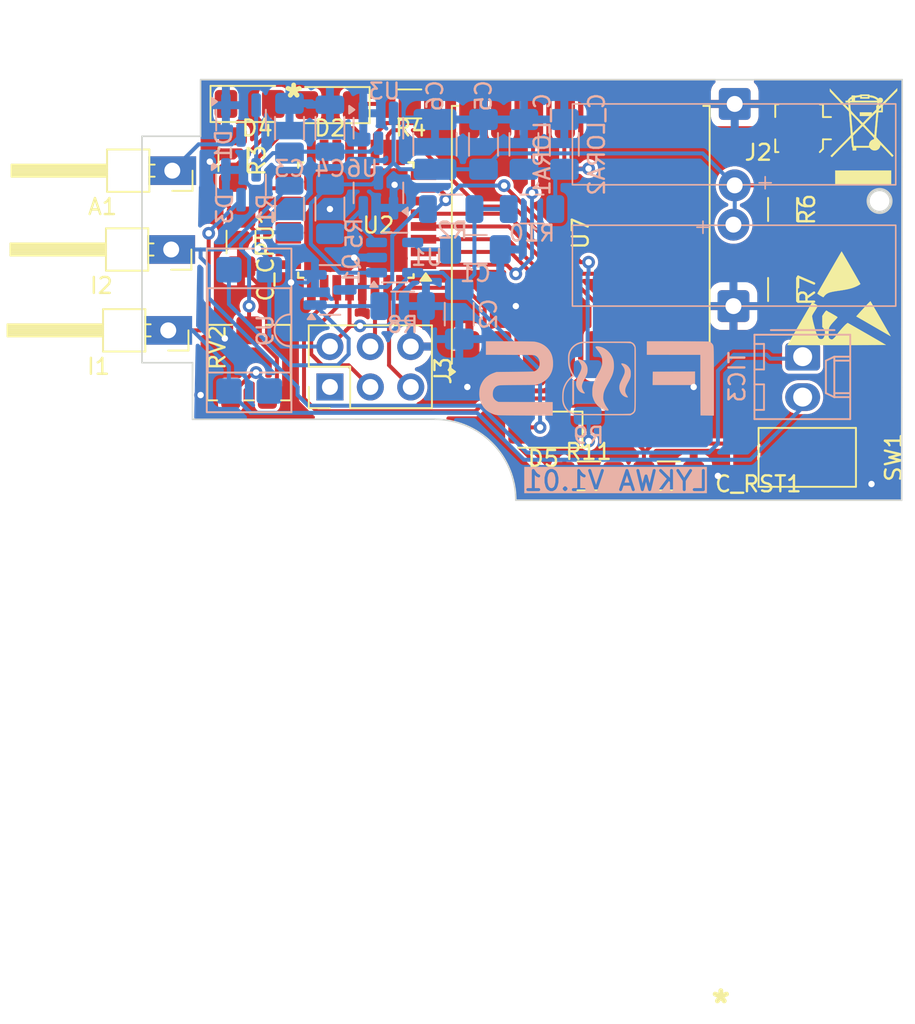
<source format=kicad_pcb>
(kicad_pcb (version 20241229) (generator "pcbnew") (generator_version "9.0")
  (layers (0 "F.Cu" signal) (2 "B.Cu" signal) (13 "F.Paste" user) (15 "B.Paste" user) (5 "F.SilkS" user "F.Silkscreen") (7 "B.SilkS" user "B.Silkscreen") (1 "F.Mask" user) (3 "B.Mask" user) (25 "Edge.Cuts" user))
  (net 0 "")
  (net 1 "Net-(U3-VI)")
  (net 2 "GND")
  (net 3 "Net-(U1-BP)")
  (net 4 "+3V3")
  (net 5 "RESET")
  (net 6 "Net-(A1-Pad1)")
  (net 7 "Net-(TIC3-Pin_2)")
  (net 8 "TX")
  (net 9 "RX")
  (net 10 "MISO")
  (net 11 "MOSI")
  (net 12 "SCK")
  (net 13 "Net-(R1-Pad1)")
  (net 14 "RX_TIC")
  (net 15 "LED_TRANS")
  (net 16 "LED_TIC")
  (net 17 "UPDI")
  (net 20 "DI0")
  (net 27 "SS")
  (net 31 "RST")
  (net 33 "Net-(TIC3-Pin_1)")
  (net 34 "Net-(D2-K)")
  (net 35 "Net-(D4-K)")
  (net 36 "Net-(Q1-G)")
  (net 37 "Net-(U1-EN)")
  (net 38 "VCAP")
  (net 41 "+5V")
  (net 42 "Net-(RV2-Pad3)")
  (net 49 "Net-(U7-3.3V)")
  (net 50 "Net-(J2-In)")
  (net 51 "Net-(D5-K)")
  (footprint "Connector_PinHeader_2.54mm:PinHeader_1x01_P2.54mm_Horizontal" (layer "F.Cu") (at 52.07 89.535 180)
    (property "Reference" "A1")
    (property "Value" "PINHD-1X1")
  )
  (footprint "Symbol:WEEE-Logo_4.2x6mm_SilkScreen" (layer "F.Cu") (at 95.504 87.376)
    (property "Reference" "REF**" (hide yes))
    (property "Value" "WEEE-Logo_4.2x6mm_SilkScreen" (hide yes))
  )
  (footprint "Resistor_SMD:R_1206_3216Metric" (layer "F.Cu") (at 66.9945 85.344 180)
    (property "Reference" "R4")
    (property "Value" "2.2k")
  )
  (footprint "RF_Module:HOPERF_RFM9XW_SMD" (layer "F.Cu") (at 77.74 93.567 90)
    (property "Reference" "U7")
    (property "Value" "RFM95W-868S2")
  )
  (footprint "Button_Switch_SMD:SW_SPST_CK_RS282G05A3" (layer "F.Cu") (at 91.975459 107.546803 180)
    (property "Reference" "SW1")
    (property "Value" "SW_Push")
  )
  (footprint "Resistor_SMD:R_1206_3216Metric_Pad1.30x1.75mm_HandSolder" (layer "F.Cu") (at 78.258 108.712 180)
    (property "Reference" "R11")
    (property "Value" "10k")
  )
  (footprint "Capacitor_SMD:C_1206_3216Metric_Pad1.33x1.80mm_HandSolder" (layer "F.Cu") (at 83.2735 108.712 180)
    (property "Reference" "C_RST1")
    (property "Value" "100nF")
  )
  (footprint "Connector_PinHeader_2.54mm:PinHeader_1x01_P2.54mm_Horizontal" (layer "F.Cu") (at 52 94.488 180)
    (property "Reference" "I2")
    (property "Value" "PINHD-1X1" (hide yes))
  )
  (footprint "LED_SMD:LED_1206_3216Metric_Pad1.42x1.75mm_HandSolder" (layer "F.Cu") (at 56.9325 85.344)
    (property "Reference" "D4")
    (property "Value" "LED_TRANS")
  )
  (footprint "Connector_PinHeader_2.54mm:PinHeader_2x03_P2.54mm_Vertical" (layer "F.Cu") (at 61.976 103.124 90)
    (property "Reference" "J3")
    (property "Value" "Conn_02x03_Odd_Even")
  )
  (footprint "Potentiometer_SMD:Potentiometer_Bourns_3314S_Horizontal" (layer "F.Cu") (at 56.896 101.593 180)
    (property "Reference" "RV2")
    (property "Value" "R_Potentiometer_Trim")
  )
  (footprint "Connector_Coaxial:U.FL_Molex_MCRF_73412-0110_Vertical" (layer "F.Cu") (at 91.464 86.868 -90)
    (property "Reference" "J2")
    (property "Value" "Conn_Coaxial")
  )
  (footprint "Capacitor_SMD:C_1206_3216Metric_Pad1.33x1.80mm_HandSolder" (layer "F.Cu") (at 56.388 94.0185 90)
    (property "Reference" "C_CPU1")
    (property "Value" "100nF" (hide yes))
  )
  (footprint "Connector_PinHeader_2.54mm:PinHeader_1x01_P2.54mm_Horizontal" (layer "F.Cu") (at 51.816 99.568 180)
    (property "Reference" "I1")
    (property "Value" "PINHD-1X1")
  )
  (footprint "Resistor_SMD:R_1206_3216Metric_Pad1.30x1.75mm_HandSolder" (layer "F.Cu") (at 90.424 97.002 90)
    (property "Reference" "R7")
    (property "Value" "100k")
  )
  (footprint "Resistor_SMD:R_1206_3216Metric" (layer "F.Cu") (at 55.88 88.8385 90)
    (property "Reference" "R3")
    (property "Value" "2.2k")
  )
  (footprint "Resistor_SMD:R_1206_3216Metric_Pad1.30x1.75mm_HandSolder" (layer "F.Cu") (at 90.424 91.974 90)
    (property "Reference" "R6")
    (property "Value" "100k")
  )
  (footprint "LED_SMD:LED_1206_3216Metric_Pad1.42x1.75mm_HandSolder" (layer "F.Cu") (at 75.390136 105.806046 180)
    (property "Reference" "D5")
    (property "Value" "LED_IN")
  )
  (footprint "LED_SMD:LED_1206_3216Metric_Pad1.42x1.75mm_HandSolder" (layer "F.Cu") (at 62.0125 85.417 180)
    (property "Reference" "D2")
    (property "Value" "LED_TIC")
  )
  (footprint "Symbol:ESD-Logo_6.6x6mm_SilkScreen" (layer "F.Cu") (at 93.98 97.536)
    (property "Reference" "REF**" (hide yes))
    (property "Value" "ESD-Logo_6.6x6mm_SilkScreen" (hide yes))
  )
  (footprint "Package_QFP:TQFP-32_7x7mm_P0.8mm" (layer "F.Cu") (at 63.608 92.642 180)
    (property "Reference" "U2")
    (property "Value" "ATmega3208-A")
  )
  (footprint "Capacitor_SMD:C_1206_3216Metric" (layer "B.Cu") (at 61.976 86.868 90)
    (property "Reference" "C4")
    (property "Value" "100nF")
  )
  (footprint "Package_TO_SOT_SMD:SOT-23-5" (layer "B.Cu") (at 66.04 94.996)
    (property "Reference" "U1")
    (property "Value" "MIC5219-3.3YM5")
  )
  (footprint "Package_DIP:DIP-4_W7.62mm_SMDSocket_SmallPads" (layer "B.Cu") (at 56.896 99.568 90)
    (property "Reference" "U9")
    (property "Value" "LTV-814")
  )
  (footprint "Resistor_SMD:R_1206_3216Metric" (layer "B.Cu") (at 59.436 91.948 90)
    (property "Reference" "R1")
    (property "Value" "680")
  )
  (footprint "Capacitor_SMD:C_1206_3216Metric_Pad1.33x1.80mm_HandSolder" (layer "B.Cu") (at 71.628 87.884 -90)
    (property "Reference" "C5")
    (property "Value" "100nF")
  )
  (footprint "Connector_Molex:Molex_KK-254_AE-6410-02A_1x02_P2.54mm_Vertical" (layer "B.Cu") (at 91.686313 101.222228 -90)
    (property "Reference" "TIC3")
    (property "Value" "TIC")
  )
  (footprint "Package_TO_SOT_SMD:SOT-23" (layer "B.Cu") (at 56.388 86.36 -90)
    (property "Reference" "D1")
    (property "Value" "BAT54S")
  )
  (footprint "Resistor_SMD:R_1206_3216Metric" (layer "B.Cu") (at 66.548 98.044 180)
    (property "Reference" "R8")
    (property "Value" "3.3K")
  )
  (footprint "Perso:Supercapa V 0.68" (layer "B.Cu") (at 87.376 87.884)
    (property "Reference" "U4" (hide yes))
    (property "Value" "~" (hide yes))
  )
  (footprint "Capacitor_SMD:C_1206_3216Metric_Pad1.33x1.80mm_HandSolder" (layer "B.Cu") (at 74.168 87.884 -90)
    (property "Reference" "C_LORA1")
    (property "Value" "100nF")
  )
  (footprint "Perso_logo:fbs" (layer "B.Cu") (at 78.74 102.616 180)
    (property "Reference" "G***" (hide yes))
    (property "Value" "LOGO" (hide yes))
  )
  (footprint "Capacitor_SMD:C_1206_3216Metric_Pad1.33x1.80mm_HandSolder" (layer "B.Cu") (at 71.12 94.488 180)
    (property "Reference" "C1")
    (property "Value" "470pF")
  )
  (footprint "Resistor_SMD:R_1206_3216Metric" (layer "B.Cu") (at 69.596 91.948)
    (property "Reference" "R2")
    (property "Value" "10K")
  )
  (footprint "Package_TO_SOT_SMD:SOT-23" (layer "B.Cu") (at 65.024 86.868 -90)
    (property "Reference" "U3")
    (property "Value" "MCP1703Ax-500xxTT")
  )
  (footprint "Capacitor_SMD:C_1206_3216Metric_Pad1.33x1.80mm_HandSolder" (layer "B.Cu") (at 76.708 87.884 -90)
    (property "Reference" "C_LORA2")
    (property "Value" "10uF")
  )
  (footprint "Perso:Supercapa V 0.68" (layer "B.Cu") (at 87.376 95.504 180)
    (property "Reference" "U8" (hide yes))
    (property "Value" "~" (hide yes))
  )
  (footprint "Package_TO_SOT_SMD:SOT-23" (layer "B.Cu") (at 56.388 90.424 -90)
    (property "Reference" "D3")
    (property "Value" "BAT54S")
  )
  (footprint "Resistor_SMD:R_1206_3216Metric" (layer "B.Cu") (at 78.172409 103.468925 90)
    (property "Reference" "R9")
    (property "Value" "4,7k")
  )
  (footprint "Resistor_SMD:R_1206_3216Metric" (layer "B.Cu") (at 74.676 91.948 180)
    (property "Reference" "R10")
    (property "Value" "10")
  )
  (footprint "Resistor_SMD:R_1206_3216Metric_Pad1.30x1.75mm_HandSolder" (layer "B.Cu") (at 61.976 91.948 90)
    (property "Reference" "R5")
    (property "Value" "100k")
  )
  (footprint "Capacitor_SMD:C_1206_3216Metric_Pad1.33x1.80mm_HandSolder" (layer "B.Cu") (at 70.104 98.552 90)
    (property "Reference" "C2")
    (property "Value" "4,7uF")
  )
  (footprint "Package_TO_SOT_SMD:SOT-23" (layer "B.Cu") (at 61.976 97.028)
    (property "Reference" "Q1")
    (property "Value" "BS170F")
  )
  (footprint "Capacitor_SMD:C_1206_3216Metric_Pad1.33x1.80mm_HandSolder" (layer "B.Cu") (at 59.436 86.868 90)
    (property "Reference" "C3")
    (property "Value" "10µF")
  )
  (footprint "Capacitor_SMD:C_1210_3225Metric_Pad1.33x2.70mm_HandSolder" (layer "B.Cu") (at 68.58 87.884 -90)
    (property "Reference" "C6")
    (property "Value" "10uF")
  )
  (footprint "Package_TO_SOT_SMD:SOT-23" (layer "B.Cu") (at 65.024 90.932 90)
    (property "Reference" "U6")
    (property "Value" "APX803")
  )
  (gr_line (start 97.907892 110.236) (end 73.66 110.236003) (stroke (width 0.1)) (layer "Edge.Cuts"))
  (gr_line (start 53.848 83.82) (end 53.848 87.376) (stroke (width 0.1)) (layer "Edge.Cuts"))
  (gr_arc (start 68.580001 105.156) (mid 72.172104 106.643899) (end 73.66 110.236003) (stroke (width 0.1)) (layer "Edge.Cuts"))
  (gr_line (start 53.848 83.82) (end 97.94 83.82) (stroke (width 0.1)) (layer "Edge.Cuts"))
  (gr_line (start 50.165 87.376) (end 53.848 87.376) (stroke (width 0.1)) (layer "Edge.Cuts"))
  (gr_line (start 68.580001 105.15) (end 53.34 105.156) (stroke (width 0.1)) (layer "Edge.Cuts"))
  (gr_circle (center 96.52 91.44) (end 97.23842 91.44) (stroke (width 0.2)) (fill no) (layer "Edge.Cuts"))
  (gr_line (start 53.34 101.6) (end 53.34 105.156) (stroke (width 0.1)) (layer "Edge.Cuts"))
  (gr_line (start 50.165 101.6) (end 50.165 87.376) (stroke (width 0.1)) (layer "Edge.Cuts"))
  (gr_line (start 50.165 101.6) (end 53.34 101.6) (stroke (width 0.1)) (layer "Edge.Cuts"))
  (gr_line (start 97.94 83.82) (end 97.907892 110.236) (stroke (width 0.1)) (layer "Edge.Cuts"))
  (gr_text "*" (at 58.928 85.852 0) (layer "F.SilkS") (effects (font (size 1.5 1.5) (thickness 0.3) (bold yes)) (justify left bottom)))
  (gr_text "*" (at 85.775 142.748 0) (layer "F.SilkS") (effects (font (size 1.5 1.5) (thickness 0.3) (bold yes)) (justify left bottom)))
  (gr_text "LYKWA V1.01" (at 85.852 109.728 0) (layer "B.SilkS" knockout) (effects (font (size 1.2 1.2) (thickness 0.1875)) (justify left bottom mirror)))
  (segment (start 58.394 88.4305) (end 59.436 88.4305) (width 0.25) (layer "B.Cu") (net 1))
  (segment (start 59.5235 88.343) (end 59.436 88.4305) (width 0.25) (layer "B.Cu") (net 1))
  (segment (start 61.976 88.343) (end 59.5235 88.343) (width 0.25) (layer "B.Cu") (net 1))
  (segment (start 65.024 87.8055) (end 64.4865 88.343) (width 0.25) (layer "B.Cu") (net 1))
  (segment (start 57.338 85.4225) (end 57.338 89.4865) (width 0.25) (layer "B.Cu") (net 1))
  (segment (start 57.338 89.4865) (end 58.394 88.4305) (width 0.25) (layer "B.Cu") (net 1))
  (segment (start 64.4865 88.343) (end 61.976 88.343) (width 0.25) (layer "B.Cu") (net 1))
  (segment (start 91.489 88.343) (end 92.964 86.868) (width 0.25) (layer "F.Cu") (net 2))
  (segment (start 70.74 101.092) (end 70.74 102.996) (width 0.25) (layer "F.Cu") (net 2))
  (segment (start 91.464 88.343) (end 91.489 88.343) (width 0.25) (layer "F.Cu") (net 2))
  (segment (start 95.875459 109.083459) (end 96.012 109.22) (width 0.25) (layer "F.Cu") (net 2))
  (segment (start 70.74 102.996) (end 70.612 103.124) (width 0.25) (layer "F.Cu") (net 2))
  (segment (start 95.875459 107.546803) (end 95.875459 109.083459) (width 0.25) (layer "F.Cu") (net 2))
  (segment (start 57.364091 96.557091) (end 59.532042 96.557091) (width 0.25) (layer "F.Cu") (net 2))
  (segment (start 56.388 95.581) (end 57.364091 96.557091) (width 0.25) (layer "F.Cu") (net 2))
  (segment (start 91.489 85.393) (end 92.964 86.868) (width 0.25) (layer "F.Cu") (net 2))
  (segment (start 64.008 96.892) (end 64.008 95.504) (width 0.25) (layer "F.Cu") (net 2))
  (segment (start 84.74 101.092) (end 84.74 103.028) (width 0.25) (layer "F.Cu") (net 2))
  (segment (start 91.464 85.393) (end 91.489 85.393) (width 0.25) (layer "F.Cu") (net 2))
  (segment (start 64.008 95.504) (end 63.5 94.996) (width 0.25) (layer "F.Cu") (net 2))
  (segment (start 84.74 103.028) (end 84.836 103.124) (width 0.25) (layer "F.Cu") (net 2))
  (segment (start 90.424 98.552) (end 89.916 98.552) (width 0.25) (layer "F.Cu") (net 2))
  (segment (start 84.836 108.712) (end 86.36 108.712) (width 0.25) (layer "F.Cu") (net 2))
  (via (at 70.612 103.124) (size 0.8) (drill 0.4) (layers "F.Cu" "B.Cu") (net 2))
  (via (at 66.04 90.424) (size 0.8) (drill 0.4) (layers "F.Cu" "B.Cu") (net 2))
  (via (at 63.5 94.996) (size 0.8) (drill 0.4) (layers "F.Cu" "B.Cu") (net 2))
  (via (at 61.976 91.948) (size 0.8) (drill 0.4) (layers "F.Cu" "B.Cu") (net 2))
  (via (at 73.66 98.044) (size 0.8) (drill 0.4) (layers "F.Cu" "B.Cu") (net 2))
  (via (at 59.532042 96.557091) (size 0.8) (drill 0.4) (layers "F.Cu" "B.Cu") (net 2))
  (via (at 86.36 108.712) (size 0.8) (drill 0.4) (layers "F.Cu" "B.Cu") (net 2))
  (via (at 55.372 100.076) (size 0.8) (drill 0.4) (layers "F.Cu" "B.Cu") (net 2))
  (via (at 54.42634 88.97034) (size 0.8) (drill 0.4) (layers "F.Cu" "B.Cu") (net 2))
  (via (at 53.848 103.632) (size 0.8) (drill 0.4) (layers "F.Cu" "B.Cu") (net 2))
  (via (at 84.836 103.124) (size 0.8) (drill 0.4) (layers "F.Cu" "B.Cu") (net 2))
  (via (at 96.012 109.22) (size 0.8) (drill 0.4) (layers "F.Cu" "B.Cu") (net 2))
  (segment (start 54.9425 89.4865) (end 54.42634 88.97034) (width 0.25) (layer "B.Cu") (net 2))
  (segment (start 55.438 89.4865) (end 54.9425 89.4865) (width 0.25) (layer "B.Cu") (net 2))
  (segment (start 65.974 91.8695) (end 65.974 90.49) (width 0.25) (layer "B.Cu") (net 2))
  (segment (start 63.5 94.996) (end 64.9025 94.996) (width 0.25) (layer "B.Cu") (net 2))
  (segment (start 70.104 102.616) (end 70.104 100.1145) (width 0.25) (layer "B.Cu") (net 2))
  (segment (start 60.559409 96.557091) (end 61.0385 96.078) (width 0.25) (layer "B.Cu") (net 2))
  (segment (start 65.974 90.49) (end 66.04 90.424) (width 0.25) (layer "B.Cu") (net 2))
  (segment (start 59.532042 96.557091) (end 60.559409 96.557091) (width 0.25) (layer "B.Cu") (net 2))
  (segment (start 70.612 103.124) (end 70.104 102.616) (width 0.25) (layer "B.Cu") (net 2))
  (segment (start 69.5575 94.488) (end 67.6195 94.488) (width 0.25) (layer "B.Cu") (net 3))
  (segment (start 67.6195 94.488) (end 67.1775 94.046) (width 0.25) (layer "B.Cu") (net 3))
  (segment (start 75.184 105.664) (end 74.044682 105.664) (width 0.25) (layer "F.Cu") (net 4))
  (segment (start 55.264676 89.15731) (end 56.13069 89.15731) (width 0.25) (layer "F.Cu") (net 4))
  (segment (start 63.208 96.892) (end 63.208 99.352) (width 0.25) (layer "F.Cu") (net 4))
  (segment (start 60.525 85.417) (end 58.493 85.417) (width 0.25) (layer "F.Cu") (net 4))
  (segment (start 63.272922 99.287078) (end 62.992 99.568) (width 0.25) (layer "F.Cu") (net 4))
  (segment (start 63.208 99.352) (end 62.992 99.568) (width 0.25) (layer "F.Cu") (net 4))
  (segment (start 76.708 108.712) (end 76.708 107.696) (width 0.25) (layer "F.Cu") (net 4))
  (segment (start 56.388 92.456) (end 58.202 90.642) (width 0.25) (layer "F.Cu") (net 4))
  (segment (start 63.867539 99.287078) (end 63.272922 99.287078) (width 0.25) (layer "F.Cu") (net 4))
  (segment (start 57.451258 93.519258) (end 56.388 92.456) (width 0.25) (layer "F.Cu") (net 4))
  (segment (start 58.42 86.868) (end 58.42 85.344) (width 0.25) (layer "F.Cu") (net 4))
  (segment (start 56.388 92.456) (end 56.275986 92.456) (width 0.25) (layer "F.Cu") (net 4))
  (segment (start 56.13069 89.15731) (end 58.42 86.868) (width 0.25) (layer "F.Cu") (net 4))
  (segment (start 74.044682 105.664) (end 73.902636 105.806046) (width 0.25) (layer "F.Cu") (net 4))
  (segment (start 62.992 99.568) (end 61.976 100.584) (width 0.25) (layer "F.Cu") (net 4))
  (segment (start 57.451258 94.422784) (end 57.451258 93.519258) (width 0.25) (layer "F.Cu") (net 4))
  (segment (start 58.493 85.417) (end 58.42 85.344) (width 0.25) (layer "F.Cu") (net 4))
  (segment (start 73.902636 106.922636) (end 73.902636 105.806046) (width 0.25) (layer "F.Cu") (net 4))
  (segment (start 54.679 89.742986) (end 55.264676 89.15731) (width 0.25) (layer "F.Cu") (net 4))
  (segment (start 75.692 108.712) (end 73.902636 106.922636) (width 0.25) (layer "F.Cu") (net 4))
  (segment (start 58.202 90.642) (end 59.358 90.642) (width 0.25) (layer "F.Cu") (net 4))
  (segment (start 54.679 90.859014) (end 54.679 89.742986) (width 0.25) (layer "F.Cu") (net 4))
  (segment (start 76.708 108.712) (end 75.692 108.712) (width 0.25) (layer "F.Cu") (net 4))
  (segment (start 56.275986 92.456) (end 54.679 90.859014) (width 0.25) (layer "F.Cu") (net 4))
  (via (at 75.184 105.664) (size 0.8) (drill 0.4) (layers "F.Cu" "B.Cu") (net 4))
  (via (at 57.451258 94.422784) (size 0.8) (drill 0.4) (layers "F.Cu" "B.Cu") (net 4))
  (via (at 63.867539 99.287078) (size 0.8) (drill 0.4) (layers "F.Cu" "B.Cu") (net 4))
  (segment (start 71.0585 91.948) (end 71.0585 96.035) (width 0.25) (layer "B.Cu") (net 4))
  (segment (start 65.974 97.1495) (end 65.974 98.914514) (width 0.25) (layer "B.Cu") (net 4))
  (segment (start 67.1775 95.946) (end 69.0605 95.946) (width 0.25) (layer "B.Cu") (net 4))
  (segment (start 67.1775 95.946) (end 65.974 97.1495) (width 0.25) (layer "B.Cu") (net 4))
  (segment (start 58.166 99.822) (end 58.928 100.584) (width 0.25) (layer "B.Cu") (net 4))
  (segment (start 58.166 95.137526) (end 57.451258 94.422784) (width 0.25) (layer "B.Cu") (net 4))
  (segment (start 58.928 100.584) (end 61.976 100.584) (width 0.25) (layer "B.Cu") (net 4))
  (segment (start 58.166 95.758) (end 58.166 95.137526) (width 0.25) (layer "B.Cu") (net 4))
  (segment (start 71.0585 91.948) (end 73.2135 91.948) (width 0.25) (layer "B.Cu") (net 4))
  (segment (start 69.0605 95.946) (end 70.104 96.9895) (width 0.25) (layer "B.Cu") (net 4))
  (segment (start 71.0585 96.035) (end 70.104 96.9895) (width 0.25) (layer "B.Cu") (net 4))
  (segment (start 65.601436 99.287078) (end 63.867539 99.287078) (width 0.25) (layer "B.Cu") (net 4))
  (segment (start 75.184 102.0695) (end 70.104 96.9895) (width 0.25) (layer "B.Cu") (net 4))
  (segment (start 75.184 102.0695) (end 75.184 105.664) (width 0.25) (layer "B.Cu") (net 4))
  (segment (start 58.166 95.758) (end 58.166 99.822) (width 0.25) (layer "B.Cu") (net 4))
  (segment (start 65.974 98.914514) (end 65.601436 99.287078) (width 0.25) (layer "B.Cu") (net 4))
  (segment (start 60.349 99.201) (end 60.349 103.849) (width 0.25) (layer "F.Cu") (net 5))
  (segment (start 82.296 106.68) (end 81.788 107.188) (width 0.25) (layer "F.Cu") (net 5))
  (segment (start 81.28 106.68) (end 81.788 107.188) (width 0.25) (layer "F.Cu") (net 5))
  (segment (start 61.148 104.648) (end 71.12 104.648) (width 0.25) (layer "F.Cu") (net 5))
  (segment (start 71.12 104.648) (end 71.467 104.301) (width 0.25) (layer "F.Cu") (net 5))
  (segment (start 81.711 108.712) (end 79.808 108.712) (width 0.25) (layer "F.Cu") (net 5))
  (segment (start 87.208656 106.68) (end 82.296 106.68) (width 0.25) (layer "F.Cu") (net 5))
  (segment (start 61.608 97.942) (end 60.349 99.201) (width 0.25) (layer "F.Cu") (net 5))
  (segment (start 80.425 104.301) (end 81.28 105.156) (width 0.25) (layer "F.Cu") (net 5))
  (segment (start 60.349 103.849) (end 61.148 104.648) (width 0.25) (layer "F.Cu") (net 5))
  (segment (start 81.28 105.156) (end 81.28 106.68) (width 0.25) (layer "F.Cu") (net 5))
  (segment (start 71.467 104.301) (end 80.425 104.301) (width 0.25) (layer "F.Cu") (net 5))
  (segment (start 81.711 107.265) (end 81.711 108.712) (width 0.25) (layer "F.Cu") (net 5))
  (segment (start 61.608 96.892) (end 61.608 97.942) (width 0.25) (layer "F.Cu") (net 5))
  (segment (start 88.075459 107.546803) (end 87.208656 106.68) (width 0.25) (layer "F.Cu") (net 5))
  (segment (start 81.788 107.188) (end 81.711 107.265) (width 0.25) (layer "F.Cu") (net 5))
  (segment (start 56.388 87.2975) (end 55.8015 87.884) (width 0.25) (layer "B.Cu") (net 6))
  (segment (start 53.721 87.884) (end 52.07 89.535) (width 0.25) (layer "B.Cu") (net 6))
  (segment (start 55.8015 87.884) (end 53.721 87.884) (width 0.25) (layer "B.Cu") (net 6))
  (segment (start 54.356 99.06) (end 53.848 99.568) (width 0.25) (layer "F.Cu") (net 7))
  (segment (start 53.848 99.568) (end 51.816 99.568) (width 0.25) (layer "F.Cu") (net 7))
  (segment (start 54.356 99.06) (end 54.356 93.472) (width 0.25) (layer "F.Cu") (net 7))
  (via (at 54.356 93.472) (size 0.8) (drill 0.4) (layers "F.Cu" "B.Cu") (net 7))
  (segment (start 55.626 103.378) (end 55.626 101.854) (width 0.25) (layer "B.Cu") (net 7))
  (segment (start 71.223 104.751) (end 74.168 107.696) (width 0.25) (layer "B.Cu") (net 7))
  (segment (start 56.999 104.751) (end 71.223 104.751) (width 0.25) (layer "B.Cu") (net 7))
  (segment (start 74.168 107.696) (end 88.392 107.696) (width 0.25) (layer "B.Cu") (net 7))
  (segment (start 91.623037 104.464963) (end 91.623037 103.886) (width 0.25) (layer "B.Cu") (net 7))
  (segment (start 55.626 101.854) (end 53.34 99.568) (width 0.25) (layer "B.Cu") (net 7))
  (segment (start 54.356 93.472) (end 54.356 93.3935) (width 0.25) (layer "B.Cu") (net 7))
  (segment (start 55.626 103.378) (end 56.999 104.751) (width 0.25) (layer "B.Cu") (net 7))
  (segment (start 53.34 99.568) (end 51.816 99.568) (width 0.25) (layer "B.Cu") (net 7))
  (segment (start 54.356 93.3935) (end 56.388 91.3615) (width 0.25) (layer "B.Cu") (net 7))
  (segment (start 88.392 107.696) (end 91.623037 104.464963) (width 0.25) (layer "B.Cu") (net 7))
  (segment (start 64.808 100.292) (end 64.516 100.584) (width 0.25) (layer "F.Cu") (net 8))
  (segment (start 64.808 96.892) (end 64.808 100.292) (width 0.25) (layer "F.Cu") (net 8))
  (segment (start 65.692 101.76) (end 65.692 96.976) (width 0.25) (layer "F.Cu") (net 9))
  (segment (start 65.692 96.976) (end 65.608 96.892) (width 0.25) (layer "F.Cu") (net 9))
  (segment (start 67.056 103.124) (end 65.692 101.76) (width 0.25) (layer "F.Cu") (net 9))
  (segment (start 73.14381 93.842) (end 75.701 96.39919) (width 0.25) (layer "F.Cu") (net 10))
  (segment (start 73.066 102.893) (end 72.74 102.567) (width 0.25) (layer "F.Cu") (net 10))
  (segment (start 75.701 96.39919) (end 75.701 102.516048) (width 0.25) (layer "F.Cu") (net 10))
  (segment (start 75.701 102.516048) (end 75.324048 102.893) (width 0.25) (layer "F.Cu") (net 10))
  (segment (start 75.324048 102.893) (end 73.066 102.893) (width 0.25) (layer "F.Cu") (net 10))
  (segment (start 67.858 93.842) (end 73.14381 93.842) (width 0.25) (layer "F.Cu") (net 10))
  (segment (start 72.74 102.567) (end 72.74 101.092) (width 0.25) (layer "F.Cu") (net 10))
  (segment (start 73.306 94.642) (end 74.74 96.076) (width 0.25) (layer "F.Cu") (net 11))
  (segment (start 67.858 94.642) (end 73.306 94.642) (width 0.25) (layer "F.Cu") (net 11))
  (segment (start 74.74 96.076) (end 74.74 101.092) (width 0.25) (layer "F.Cu") (net 11))
  (segment (start 73.23 93.042) (end 76.74 96.552) (width 0.25) (layer "F.Cu") (net 12))
  (segment (start 76.74 96.552) (end 76.74 101.092) (width 0.25) (layer "F.Cu") (net 12))
  (segment (start 67.858 93.042) (end 73.23 93.042) (width 0.25) (layer "F.Cu") (net 12))
  (segment (start 58.046 103.618) (end 58.646 103.018) (width 0.25) (layer "F.Cu") (net 13))
  (segment (start 58.646 101.318) (end 56.896 99.568) (width 0.25) (layer "F.Cu") (net 13))
  (segment (start 58.646 103.018) (end 58.646 101.318) (width 0.25) (layer "F.Cu") (net 13))
  (segment (start 56.896 98.044) (end 56.896 99.568) (width 0.25) (layer "F.Cu") (net 13))
  (via (at 56.896 98.044) (size 0.8) (drill 0.4) (layers "F.Cu" "B.Cu") (net 13))
  (segment (start 56.388 94.488) (end 56.388 94.17131) (width 0.25) (layer "B.Cu") (net 13))
  (segment (start 56.896 98.044) (end 56.896 94.996) (width 0.25) (layer "B.Cu") (net 13))
  (segment (start 56.896 94.996) (end 56.388 94.488) (width 0.25) (layer "B.Cu") (net 13))
  (segment (start 56.388 94.17131) (end 57.14881 93.4105) (width 0.25) (layer "B.Cu") (net 13))
  (segment (start 57.14881 93.4105) (end 59.436 93.4105) (width 0.25) (layer "B.Cu") (net 13))
  (segment (start 68.785 90.642) (end 67.858 90.642) (width 0.25) (layer "F.Cu") (net 14))
  (segment (start 77.73721 95.287) (end 78.232 95.287) (width 0.25) (layer "F.Cu") (net 14))
  (segment (start 69.258002 91.115002) (end 68.785 90.642) (width 0.25) (layer "F.Cu") (net 14))
  (segment (start 69.258002 91.366998) (end 69.258002 91.115002) (width 0.25) (layer "F.Cu") (net 14))
  (segment (start 72.92321 90.473) (end 77.73721 95.287) (width 0.25) (layer "F.Cu") (net 14))
  (via (at 78.232 95.287) (size 0.8) (drill 0.4) (layers "F.Cu" "B.Cu") (net 14))
  (via (at 72.92321 90.473) (size 0.8) (drill 0.4) (layers "F.Cu" "B.Cu") (net 14))
  (via (at 69.258002 91.366998) (size 0.8) (drill 0.4) (layers "F.Cu" "B.Cu") (net 14))
  (segment (start 68.677 91.948) (end 69.258002 91.366998) (width 0.25) (layer "B.Cu") (net 14))
  (segment (start 65.532 96.843) (end 63.0985 96.843) (width 0.25) (layer "B.Cu") (net 14))
  (segment (start 70.152 90.473) (end 72.92321 90.473) (width 0.25) (layer "B.Cu") (net 14))
  (segment (start 68.1335 91.948) (end 67.571 91.948) (width 0.25) (layer "B.Cu") (net 14))
  (segment (start 78.172409 96.071591) (end 78.172409 102.006425) (width 0.25) (layer "B.Cu") (net 14))
  (segment (start 78.232 96.012) (end 78.172409 96.071591) (width 0.25) (layer "B.Cu") (net 14))
  (segment (start 78.232 95.287) (end 78.232 96.012) (width 0.25) (layer "B.Cu") (net 14))
  (segment (start 63.0985 96.843) (end 62.9135 97.028) (width 0.25) (layer "B.Cu") (net 14))
  (segment (start 67.571 91.948) (end 65.891 93.628) (width 0.25) (layer "B.Cu") (net 14))
  (segment (start 68.1335 91.948) (end 68.677 91.948) (width 0.25) (layer "B.Cu") (net 14))
  (segment (start 65.891 93.628) (end 65.891 96.484) (width 0.25) (layer "B.Cu") (net 14))
  (segment (start 69.258002 91.366998) (end 70.152 90.473) (width 0.25) (layer "B.Cu") (net 14))
  (segment (start 65.891 96.484) (end 65.532 96.843) (width 0.25) (layer "B.Cu") (net 14))
  (segment (start 59.313 86.868) (end 63.5 86.868) (width 0.25) (layer "F.Cu") (net 15))
  (segment (start 64.008 87.376) (end 64.008 88.392) (width 0.25) (layer "F.Cu") (net 15))
  (segment (start 55.88 90.301) (end 59.313 86.868) (width 0.25) (layer "F.Cu") (net 15))
  (segment (start 63.5 86.868) (end 64.008 87.376) (width 0.25) (layer "F.Cu") (net 15))
  (segment (start 64.808 88.392) (end 64.808 87.269) (width 0.25) (layer "F.Cu") (net 16))
  (segment (start 67.256 86.545) (end 68.457 85.344) (width 0.25) (layer "F.Cu") (net 16))
  (segment (start 64.808 87.269) (end 65.532 86.545) (width 0.25) (layer "F.Cu") (net 16))
  (segment (start 65.532 86.545) (end 67.256 86.545) (width 0.25) (layer "F.Cu") (net 16))
  (segment (start 60.8 99.728) (end 62.408 98.12) (width 0.25) (layer "F.Cu") (net 17))
  (segment (start 62.408 98.12) (end 62.408 96.892) (width 0.25) (layer "F.Cu") (net 17))
  (segment (start 64.516 103.124) (end 63.152 101.76) (width 0.25) (layer "F.Cu") (net 17))
  (segment (start 63.152 101.76) (end 61.488884 101.76) (width 0.25) (layer "F.Cu") (net 17))
  (segment (start 61.488884 101.76) (end 60.8 101.071116) (width 0.25) (layer "F.Cu") (net 17))
  (segment (start 60.8 101.071116) (end 60.8 99.728) (width 0.25) (layer "F.Cu") (net 17))
  (segment (start 67.858 95.442) (end 73.080694 95.442) (width 0.25) (layer "F.Cu") (net 20))
  (segment (start 74.676 90.932) (end 74.74 90.868) (width 0.25) (layer "F.Cu") (net 20))
  (segment (start 73.080694 95.442) (end 73.655347 96.016653) (width 0.25) (layer "F.Cu") (net 20))
  (segment (start 74.74 90.868) (end 74.74 86.042) (width 0.25) (layer "F.Cu") (net 20))
  (via (at 73.655347 96.016653) (size 0.8) (drill 0.4) (layers "F.Cu" "B.Cu") (net 20))
  (via (at 74.676 90.932) (size 0.8) (drill 0.4) (layers "F.Cu" "B.Cu") (net 20))
  (segment (start 73.655347 96.016653) (end 74.676 94.996) (width 0.25) (layer "B.Cu") (net 20))
  (segment (start 74.676 94.996) (end 74.676 90.932) (width 0.25) (layer "B.Cu") (net 20))
  (segment (start 78.74 97.91419) (end 78.74 101.092) (width 0.25) (layer "F.Cu") (net 27))
  (segment (start 67.858 92.242) (end 73.06781 92.242) (width 0.25) (layer "F.Cu") (net 27))
  (segment (start 73.06781 92.242) (end 78.74 97.91419) (width 0.25) (layer "F.Cu") (net 27))
  (segment (start 80.74 102.567) (end 79.457 103.85) (width 0.25) (layer "F.Cu") (net 31))
  (segment (start 79.457 103.85) (end 73.112952 103.85) (width 0.25) (layer "F.Cu") (net 31))
  (segment (start 70.476 96.892) (end 66.408 96.892) (width 0.25) (layer "F.Cu") (net 31))
  (segment (start 71.701 102.438048) (end 71.701 98.117) (width 0.25) (layer "F.Cu") (net 31))
  (segment (start 71.701 98.117) (end 70.476 96.892) (width 0.25) (layer "F.Cu") (net 31))
  (segment (start 73.112952 103.85) (end 71.701 102.438048) (width 0.25) (layer "F.Cu") (net 31))
  (segment (start 80.74 101.092) (end 80.74 102.567) (width 0.25) (layer "F.Cu") (net 31))
  (segment (start 55.4335 94.488) (end 53.848 94.488) (width 0.25) (layer "B.Cu") (net 33))
  (segment (start 59.944 103.632) (end 60.612 104.3) (width 0.25) (layer "B.Cu") (net 33))
  (segment (start 59.944 103.124) (end 59.944 103.632) (width 0.25) (layer "B.Cu") (net 33))
  (segment (start 71.40981 104.3) (end 74.35481 107.245) (width 0.25) (layer "B.Cu") (net 33))
  (segment (start 53.848 94.488) (end 53.848 94.996) (width 0.25) (layer "B.Cu") (net 33))
  (segment (start 54.356 95.504) (end 54.356 97.536) (width 0.25) (layer "B.Cu") (net 33))
  (segment (start 53.848 94.488) (end 52 94.488) (width 0.25) (layer "B.Cu") (net 33))
  (segment (start 85.795 107.245) (end 86.36 106.68) (width 0.25) (layer "B.Cu") (net 33))
  (segment (start 74.35481 107.245) (end 85.795 107.245) (width 0.25) (layer "B.Cu") (net 33))
  (segment (start 53.848 94.996) (end 54.356 95.504) (width 0.25) (layer "B.Cu") (net 33))
  (segment (start 59.436 90.4855) (end 55.4335 94.488) (width 0.25) (layer "B.Cu") (net 33))
  (segment (start 86.36 106.68) (end 86.36 102.108) (width 0.25) (layer "B.Cu") (net 33))
  (segment (start 87.376 101.092) (end 87.38595 101.10195) (width 0.25) (layer "B.Cu") (net 33))
  (segment (start 54.356 97.536) (end 59.944 103.124) (width 0.25) (layer "B.Cu") (net 33))
  (segment (start 87.38595 101.10195) (end 89.39805 101.10195) (width 0.25) (layer "B.Cu") (net 33))
  (segment (start 89.408 101.092) (end 89.662 101.346) (width 0.25) (layer "B.Cu") (net 33))
  (segment (start 86.36 102.108) (end 87.376 101.092) (width 0.25) (layer "B.Cu") (net 33))
  (segment (start 60.612 104.3) (end 71.40981 104.3) (width 0.25) (layer "B.Cu") (net 33))
  (segment (start 89.39805 101.10195) (end 89.408 101.092) (width 0.25) (layer "B.Cu") (net 33))
  (segment (start 89.662 101.346) (end 91.623037 101.346) (width 0.25) (layer "B.Cu") (net 33))
  (segment (start 63.573 85.344) (end 63.5 85.417) (width 0.25) (layer "F.Cu") (net 34))
  (segment (start 65.532 85.344) (end 63.573 85.344) (width 0.25) (layer "F.Cu") (net 34))
  (segment (start 55.445 86.941) (end 55.88 87.376) (width 0.25) (layer "F.Cu") (net 35))
  (segment (start 55.445 85.344) (end 55.445 86.941) (width 0.25) (layer "F.Cu") (net 35))
  (segment (start 65.0855 98.044) (end 61.1045 98.044) (width 0.25) (layer "B.Cu") (net 36))
  (segment (start 63.152 100.0915) (end 61.0385 97.978) (width 0.25) (layer "B.Cu") (net 36))
  (segment (start 55.626 97.91981) (end 59.46619 101.76) (width 0.25) (layer "B.Cu") (net 36))
  (segment (start 62.463116 101.76) (end 63.152 101.071116) (width 0.25) (layer "B.Cu") (net 36))
  (segment (start 61.1045 98.044) (end 61.0385 97.978) (width 0.25) (layer "B.Cu") (net 36))
  (segment (start 63.152 101.071116) (end 63.152 100.0915) (width 0.25) (layer "B.Cu") (net 36))
  (segment (start 59.46619 101.76) (end 62.463116 101.76) (width 0.25) (layer "B.Cu") (net 36))
  (segment (start 55.626 95.758) (end 55.626 97.91981) (width 0.25) (layer "B.Cu") (net 36))
  (segment (start 64.074 93.2175) (end 64.074 91.8695) (width 0.25) (layer "B.Cu") (net 37))
  (segment (start 64.9025 94.046) (end 64.074 93.2175) (width 0.25) (layer "B.Cu") (net 37))
  (segment (start 62.4455 93.498) (end 64.074 91.8695) (width 0.25) (layer "B.Cu") (net 37))
  (segment (start 61.976 93.498) (end 62.4455 93.498) (width 0.25) (layer "B.Cu") (net 37))
  (segment (start 65.608 87.342) (end 65.684 87.266) (width 0.25) (layer "F.Cu") (net 38))
  (segment (start 65.684 87.266) (end 65.684 87.224) (width 0.25) (layer "F.Cu") (net 38))
  (segment (start 73.503 91.791) (end 77.724 96.012) (width 0.25) (layer "F.Cu") (net 38))
  (segment (start 77.724 96.012) (end 88.392 96.012) (width 0.25) (layer "F.Cu") (net 38))
  (segment (start 65.608 88.392) (end 65.608 87.342) (width 0.25) (layer "F.Cu") (net 38))
  (segment (start 66.548 86.996) (end 71.343 91.791) (width 0.25) (layer "F.Cu") (net 38))
  (segment (start 88.952 95.452) (end 90.424 95.452) (width 0.25) (layer "F.Cu") (net 38))
  (segment (start 65.912 86.996) (end 66.548 86.996) (width 0.25) (layer "F.Cu") (net 38))
  (segment (start 65.684 87.224) (end 65.912 86.996) (width 0.25) (layer "F.Cu") (net 38))
  (segment (start 90.424 93.524) (end 90.424 95.452) (width 0.25) (layer "F.Cu") (net 38))
  (segment (start 71.343 91.791) (end 73.503 91.791) (width 0.25) (layer "F.Cu") (net 38))
  (segment (start 88.392 96.012) (end 88.952 95.452) (width 0.25) (layer "F.Cu") (net 38))
  (segment (start 90.389 90.459) (end 90.424 90.424) (width 0.25) (layer "F.Cu") (net 41))
  (segment (start 87.415764 90.459) (end 90.389 90.459) (width 0.25) (layer "F.Cu") (net 41))
  (segment (start 72.6255 88.449) (end 71.628 89.4465) (width 0.25) (layer "B.Cu") (net 41))
  (segment (start 60.775 91.599) (end 61.976 90.398) (width 0.25) (layer "B.Cu") (net 41))
  (segment (start 64.9025 95.946) (end 62.577486 95.946) (width 0.25) (layer "B.Cu") (net 41))
  (segment (start 65.974 85.9305) (end 65.974 89.0445) (width 0.25) (layer "B.Cu") (net 41))
  (segment (start 87.415764 92.849472) (end 87.336236 92.929) (width 0.25) (layer "B.Cu") (net 41))
  (segment (start 65.572 89.4465) (end 65.024 89.9945) (width 0.25) (layer "B.Cu") (net 41))
  (segment (start 64.6205 90.398) (end 65.024 89.9945) (width 0.25) (layer "B.Cu") (net 41))
  (segment (start 61.976 90.398) (end 64.6205 90.398) (width 0.25) (layer "B.Cu") (net 41))
  (segment (start 68.58 89.4465) (end 71.628 89.4465) (width 0.25) (layer "B.Cu") (net 41))
  (segment (start 87.415764 90.459) (end 85.405764 88.449) (width 0.25) (layer "B.Cu") (net 41))
  (segment (start 85.405764 88.449) (end 72.6255 88.449) (width 0.25) (layer "B.Cu") (net 41))
  (segment (start 60.775 94.143514) (end 60.775 91.599) (width 0.25) (layer "B.Cu") (net 41))
  (segment (start 66.376 89.4465) (end 65.974 89.0445) (width 0.25) (layer "B.Cu") (net 41))
  (segment (start 65.974 89.0445) (end 65.572 89.4465) (width 0.25) (layer "B.Cu") (net 41))
  (segment (start 62.577486 95.946) (end 60.775 94.143514) (width 0.25) (layer "B.Cu") (net 41))
  (segment (start 68.58 89.4465) (end 66.376 89.4465) (width 0.25) (layer "B.Cu") (net 41))
  (segment (start 87.415764 90.459) (end 87.415764 92.849472) (width 0.25) (layer "B.Cu") (net 41))
  (segment (start 57.334687 102.218592) (end 57.145408 102.218592) (width 0.25) (layer "F.Cu") (net 42))
  (segment (start 57.145408 102.218592) (end 55.746 103.618) (width 0.25) (layer "F.Cu") (net 42))
  (via (at 57.334687 102.218592) (size 0.8) (drill 0.4) (layers "F.Cu" "B.Cu") (net 42))
  (segment (start 58.166 103.049905) (end 57.334687 102.218592) (width 0.25) (layer "B.Cu") (net 42))
  (segment (start 58.166 103.378) (end 58.166 103.049905) (width 0.25) (layer "B.Cu") (net 42))
  (segment (start 78.232 89.408) (end 77.216 89.408) (width 0.25) (layer "F.Cu") (net 49))
  (segment (start 76.708 86.074) (end 76.74 86.042) (width 0.25) (layer "F.Cu") (net 49))
  (segment (start 76.708 88.9) (end 76.708 86.074) (width 0.25) (layer "F.Cu") (net 49))
  (segment (start 77.216 89.408) (end 76.708 88.9) (width 0.25) (layer "F.Cu") (net 49))
  (via (at 78.232 89.408) (size 0.8) (drill 0.4) (layers "F.Cu" "B.Cu") (net 49))
  (segment (start 76.1385 91.948) (end 76.1385 90.016) (width 0.25) (layer "B.Cu") (net 49))
  (segment (start 78.1935 89.4465) (end 78.232 89.408) (width 0.25) (layer "B.Cu") (net 49))
  (segment (start 76.708 89.4465) (end 74.168 89.4465) (width 0.25) (layer "B.Cu") (net 49))
  (segment (start 76.708 89.4465) (end 78.1935 89.4465) (width 0.25) (layer "B.Cu") (net 49))
  (segment (start 76.1385 90.016) (end 76.708 89.4465) (width 0.25) (layer "B.Cu") (net 49))
  (segment (start 85.566 86.868) (end 84.74 86.042) (width 0.25) (layer "F.Cu") (net 50))
  (segment (start 89.964 86.868) (end 85.566 86.868) (width 0.25) (layer "F.Cu") (net 50))
  (segment (start 77.518046 105.806046) (end 78.232 106.52) (width 0.25) (layer "F.Cu") (net 51))
  (segment (start 76.877636 105.806046) (end 77.518046 105.806046) (width 0.25) (layer "F.Cu") (net 51))
  (via (at 78.232 106.52) (size 0.8) (drill 0.4) (layers "F.Cu" "B.Cu") (net 51))
  (segment (start 78.232 104.991016) (end 78.172409 104.931425) (width 0.25) (layer "B.Cu") (net 51))
  (segment (start 78.232 106.52) (end 78.232 104.991016) (width 0.25) (layer "B.Cu") (net 51))
  (zone (net 2) (net_name "GND") (layer "F.Cu") (priority 1) (connect_pads (clearance 0)) (min_thickness 0.25) (fill yes (thermal_gap 0.5) (thermal_bridge_width 0.5))
    (polygon (pts (xy 53.848 83.82) (xy 98.044 83.82) (xy 98.044 110.236) (xy 53.848 110.236) (xy 53.848 109.728)))
  )
  (zone (net 2) (net_name "GND") (layer "B.Cu") (connect_pads (clearance 0)) (min_thickness 0.25) (fill yes (thermal_gap 0.5) (thermal_bridge_width 0.5))
    (polygon (pts (xy 53.848 83.82) (xy 98.044 83.82) (xy 98.044 110.236) (xy 53.34 110.236) (xy 53.876222 83.82)))
  )
)
</source>
